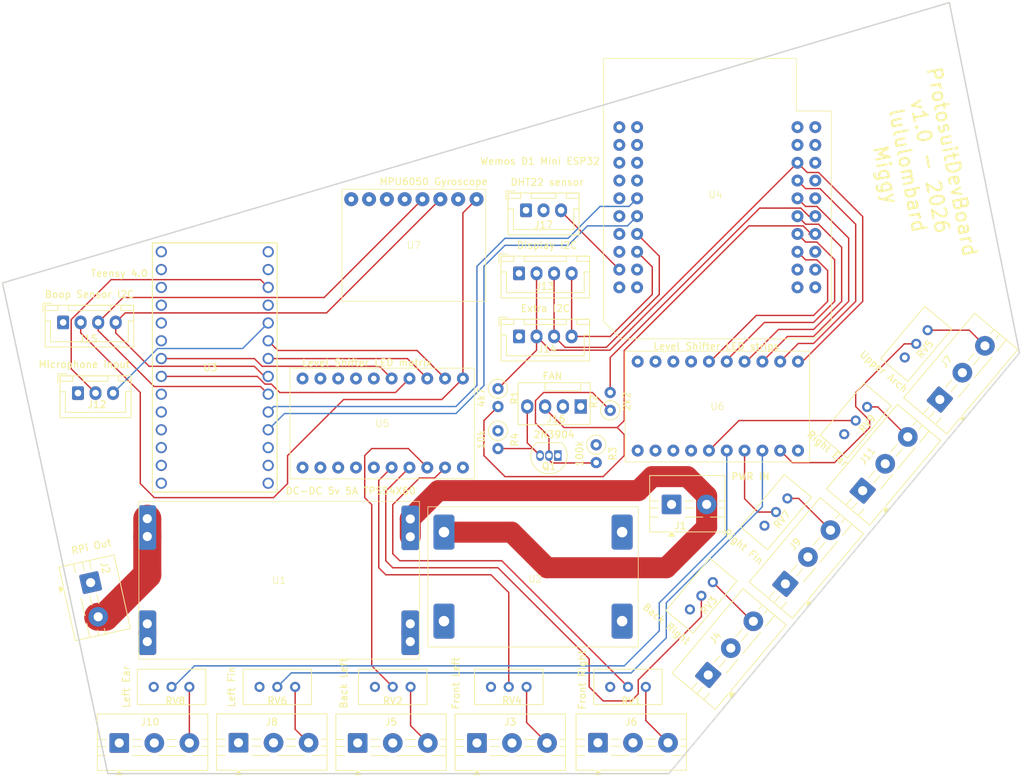
<source format=kicad_pcb>
(kicad_pcb (version 20241229) (generator "pcbnew") (generator_version "9.0")
  (layers (0 "F.Cu" power) (4 "In1.Cu" signal) (6 "In2.Cu" signal) (2 "B.Cu" power) (13 "F.Paste" user) (15 "B.Paste" user) (5 "F.SilkS" user "F.Silkscreen") (7 "B.SilkS" user "B.Silkscreen") (1 "F.Mask" user) (3 "B.Mask" user) (25 "Edge.Cuts" user))
  (net 0 "")
  (net 1 "Net-(J1-Pin_2)")
  (net 2 "Net-(J2-Pin_2)")
  (net 3 "GND")
  (net 4 "Net-(J3-Pin_3)")
  (net 5 "+5V")
  (net 6 "Net-(J4-Pin_3)")
  (net 7 "Net-(J5-Pin_3)")
  (net 8 "Net-(J6-Pin_3)")
  (net 9 "Net-(J7-Pin_3)")
  (net 10 "Net-(J8-Pin_3)")
  (net 11 "Net-(J9-Pin_3)")
  (net 12 "Net-(J10-Pin_3)")
  (net 13 "Net-(J11-Pin_3)")
  (net 14 "Net-(Q1-B)")
  (net 15 "Net-(J12-Pin_3)")
  (net 16 "Net-(J12-Pin_2)")
  (net 17 "Net-(J13-Pin_4)")
  (net 18 "Net-(J13-Pin_3)")
  (net 19 "Net-(J13-Pin_2)")
  (net 20 "Net-(J15-Pin_4)")
  (net 21 "Net-(U4-IO33)")
  (net 22 "Net-(J15-Pin_3)")
  (net 24 "Net-(U5-B1)")
  (net 26 "Net-(U5-B2)")
  (net 28 "Net-(U5-B3)")
  (net 30 "Net-(U5-B4)")
  (net 31 "Net-(U6-B1)")
  (net 34 "Net-(U6-B2)")
  (net 35 "Net-(U6-B3)")
  (net 38 "Net-(U6-B4)")
  (net 39 "Net-(U6-B5)")
  (net 41 "Net-(U3-5_IN2)")
  (net 43 "Net-(U3-17_A3_TX4_SDA1)")
  (net 45 "Net-(U3-20_A6_TX5_LRCLK1)")
  (net 54 "Net-(U3-21_A7_RX5_BCLK1)")
  (net 57 "Net-(U3-6_OUT1D)")
  (net 60 "Net-(U3-16_A2_RX4_SCL1)")
  (net 67 "Net-(U4-IO5)")
  (net 72 "Net-(U4-IO23)")
  (net 75 "Net-(J16-Pin_3)")
  (net 82 "Net-(U4-IO19)")
  (net 83 "Net-(U4-IO18)")
  (net 86 "Net-(J16-Pin_4)")
  (net 87 "Net-(J17-Pin_3)")
  (net 92 "Net-(U4-IO26)")
  (footprint "TerminalBlock:TerminalBlock_MaiXu_MX126-5.0-02P_1x02_P5.00mm" (layer "F.Cu") (at 174.75 106.9675)
    (property "Reference" "J1")
    (property "Value" "PWR IN")
  )
  (footprint "Connector_JST:JST_XH_B4B-XH-A_1x04_P2.50mm_Vertical" (layer "F.Cu") (at 88 81)
    (property "Reference" "J15")
    (property "Value" "Boop Sensor I2C")
  )
  (footprint "TerminalBlock:TerminalBlock_MaiXu_MX126-5.0-03P_1x03_P5.00mm" (layer "F.Cu") (at 213 92 50)
    (property "Reference" "J7")
    (property "Value" "Upper Arch")
  )
  (footprint "Potentiometer_THT:Potentiometer_Bourns_3296W_Vertical" (layer "F.Cu") (at 106 133)
    (property "Reference" "RV8")
    (property "Value" "Left Ear Adj" (hide yes))
  )
  (footprint "Resistor_THT:R_Axial_DIN0207_L6.3mm_D2.5mm_P2.54mm_Vertical" (layer "F.Cu") (at 164 98.46 -90)
    (property "Reference" "R3")
    (property "Value" "100k")
  )
  (footprint "Aliexpress:DC_DC_5V_8A_CRDC2580" (layer "F.Cu") (at 155 116)
    (property "Reference" "U2")
    (property "Value" "DC-DC 5v 8A CRDC2580")
  )
  (footprint "Aliexpress:DC_DC_5V_5A_TPS54X60" (layer "F.Cu") (at 120 119.04 180)
    (property "Reference" "U1")
    (property "Value" "DC-DC 5v 5A TPS54X60")
  )
  (footprint "TerminalBlock:TerminalBlock_MaiXu_MX126-5.0-03P_1x03_P5.00mm" (layer "F.Cu") (at 130 141)
    (property "Reference" "J5")
    (property "Value" "Back Left")
  )
  (footprint "Resistor_THT:R_Axial_DIN0207_L6.3mm_D2.5mm_P2.54mm_Vertical" (layer "F.Cu") (at 166 93.54 90)
    (property "Reference" "R2")
    (property "Value" "2k2")
  )
  (footprint "TerminalBlock:TerminalBlock_MaiXu_MX126-5.0-03P_1x03_P5.00mm" (layer "F.Cu") (at 96 141)
    (property "Reference" "J10")
    (property "Value" "Left Ear")
  )
  (footprint "Potentiometer_THT:Potentiometer_Bourns_3296W_Vertical" (layer "F.Cu") (at 121.08 133)
    (property "Reference" "RV6")
    (property "Value" "Left Fin Adj" (hide yes))
  )
  (footprint "Connector:FanPinHeader_1x04_P2.54mm_Vertical_No_Via" (layer "F.Cu") (at 161.8 93 180)
    (property "Reference" "J16")
    (property "Value" "FAN")
  )
  (footprint "Connector_JST:JST_XH_B3B-XH-A_1x03_P2.50mm_Vertical" (layer "F.Cu") (at 90.11852 91.082198)
    (property "Reference" "J12")
    (property "Value" "Microphone input")
  )
  (footprint "TerminalBlock:TerminalBlock_MaiXu_MX126-5.0-03P_1x03_P5.00mm" (layer "F.Cu") (at 147 141)
    (property "Reference" "J3")
    (property "Value" "Front Left")
  )
  (footprint "TerminalBlock:TerminalBlock_MaiXu_MX126-5.0-03P_1x03_P5.00mm" (layer "F.Cu") (at 202 105 50)
    (property "Reference" "J11")
    (property "Value" "Right Ear")
  )
  (footprint "Potentiometer_THT:Potentiometer_Bourns_3296W_Vertical" (layer "F.Cu") (at 180.632681 118.054247 50)
    (property "Reference" "RV3")
    (property "Value" "Back Right Adj" (hide yes))
  )
  (footprint "TerminalBlock:TerminalBlock_MaiXu_MX126-5.0-03P_1x03_P5.00mm" (layer "F.Cu") (at 179.980466 131.300224 50)
    (property "Reference" "J4")
    (property "Value" "Back Right")
  )
  (footprint "Aliexpress:LEVEL_SHIFTER_TXS0108E" (layer "F.Cu") (at 182.48 94.2 -90)
    (property "Reference" "U6")
    (property "Value" "Level Shifter LED strips")
  )
  (footprint "Resistor_THT:R_Axial_DIN0207_L6.3mm_D2.5mm_P2.54mm_Vertical" (layer "F.Cu") (at 150 90.46 -90)
    (property "Reference" "R1")
    (property "Value" "4k7")
  )
  (footprint "Potentiometer_THT:Potentiometer_Bourns_3296W_Vertical" (layer "F.Cu") (at 211.265361 82.108494 50)
    (property "Reference" "RV5")
    (property "Value" "Upper Arch Adj" (hide yes))
  )
  (footprint "Connector_JST:JST_XH_B4B-XH-A_1x04_P2.50mm_Vertical" (layer "F.Cu") (at 153 83)
    (property "Reference" "J14")
    (property "Value" "Extra I2C")
  )
  (footprint "Potentiometer_THT:Potentiometer_Bourns_3296W_Vertical" (layer "F.Cu") (at 154.08 133)
    (property "Reference" "RV4")
    (property "Value" "Front Left Adj" (hide yes))
  )
  (footprint "TerminalBlock:TerminalBlock_MaiXu_MX126-5.0-03P_1x03_P5.00mm" (layer "F.Cu") (at 164.25 140.9675)
    (property "Reference" "J6")
    (property "Value" "Front Right")
  )
  (footprint "Aliexpress:GYRO_MPU6050" (layer "F.Cu") (at 136.7 68.5)
    (property "Reference" "U7")
    (property "Value" "MPU6050 Gyroscope")
  )
  (footprint "Potentiometer_THT:Potentiometer_Bourns_3296W_Vertical" (layer "F.Cu") (at 202.63268 93.054247 50)
    (property "Reference" "RV9")
    (property "Value" "Right Ear Adj" (hide yes))
  )
  (footprint "Potentiometer_THT:Potentiometer_Bourns_3296W_Vertical" (layer "F.Cu") (at 171.08 133)
    (property "Reference" "RV1")
    (property "Value" "Front Right Adj" (hide yes))
  )
  (footprint "TerminalBlock:TerminalBlock_MaiXu_MX126-5.0-03P_1x03_P5.00mm" (layer "F.Cu") (at 190.980466 118.300224 50)
    (property "Reference" "J9")
    (property "Value" "Right Fin")
  )
  (footprint "Resistor_THT:R_Axial_DIN0207_L6.3mm_D2.5mm_P2.54mm_Vertical" (layer "F.Cu") (at 150 96.46 -90)
    (property "Reference" "R4")
    (property "Value" "10k")
  )
  (footprint "TerminalBlock:TerminalBlock_MaiXu_MX126-5.0-02P_1x02_P5.00mm" (layer "F.Cu") (at 91.917802 118.11852 -77.5)
    (property "Reference" "J2")
    (property "Value" "RPi Out")
  )
  (footprint "Potentiometer_THT:Potentiometer_Bourns_3296W_Vertical" (layer "F.Cu") (at 137.54 132.995)
    (property "Reference" "RV2")
    (property "Value" "Back Left Adj" (hide yes))
  )
  (footprint "Package_TO_SOT_THT:TO-92_Inline" (layer "F.Cu") (at 158.54 100 180)
    (property "Reference" "Q1")
    (property "Value" "2N3904")
  )
  (footprint "Connector_JST:JST_XH_B3B-XH-A_1x03_P2.50mm_Vertical" (layer "F.Cu") (at 154 65)
    (property "Reference" "J17")
    (property "Value" "DHT22 sensor")
  )
  (footprint "Connector_JST:JST_XH_B4B-XH-A_1x04_P2.50mm_Vertical" (layer "F.Cu") (at 153 74)
    (property "Reference" "J13")
    (property "Value" "Display I2C")
  )
  (footprint "TerminalBlock:TerminalBlock_MaiXu_MX126-5.0-03P_1x03_P5.00mm" (layer "F.Cu") (at 113 140.9675)
    (property "Reference" "J8")
    (property "Value" "Left Fin")
  )
  (footprint "Potentiometer_THT:Potentiometer_Bourns_3296W_Vertical" (layer "F.Cu") (at 191.265361 106.108494 50)
    (property "Reference" "RV7")
    (property "Value" "Right Fin Adj" (hide yes))
  )
  (footprint "teensy:Teensy40_minimal_pins" (layer "F.Cu") (at 109.62 87.43 -90)
    (property "Reference" "U3")
    (property "Value" "Teensy 4.0")
  )
  (footprint "Aliexpress:ESP32_MIN132_V_1_0_0" (layer "F.Cu") (at 180 63.3 180)
    (property "Reference" "U4")
    (property "Value" "Wemos D1 Mini ESP32")
  )
  (footprint "Aliexpress:LEVEL_SHIFTER_TXS0108E" (layer "F.Cu") (at 134.7 96.62 -90)
    (property "Reference" "U5")
    (property "Value" "Level Shifter LED matrix")
  )
  (gr_poly (pts (xy 94.358135 145.367219) (xy 174.358135 145.367219) (xy 224.358135 85.367219) (xy 214.358135 35.367219) (xy 79.358135 75.367219)) (stroke (width 0.2)) (fill no) (layer "Edge.Cuts"))
  (gr_text "ProtosuitDevBoard\nv1.0 - 2026\nlululombard\nMiggy" (at 210 59 281) (layer "F.SilkS") (effects (font (size 2 2) (thickness 0.3) (bold yes))))
  (segment (start 141.5 105) (end 137.5 109) (width 3) (layer "F.Cu") (net 1))
  (segment (start 177 103) (end 172 103) (width 3) (layer "F.Cu") (net 1))
  (segment (start 157 116) (end 174 116) (width 3) (layer "F.Cu") (net 1))
  (segment (start 172 103) (end 170 105) (width 3) (layer "F.Cu") (net 1))
  (segment (start 174 116) (end 179.75 110.25) (width 3) (layer "F.Cu") (net 1))
  (segment (start 151.92 110.92) (end 157 116) (width 3) (layer "F.Cu") (net 1))
  (segment (start 179.75 105.75) (end 177 103) (width 3) (layer "F.Cu") (net 1))
  (segment (start 142.3 110.92) (end 151.92 110.92) (width 3) (layer "F.Cu") (net 1))
  (segment (start 170 105) (end 141.5 105) (width 3) (layer "F.Cu") (net 1))
  (segment (start 179.75 110.25) (end 179.75 106.9675) (width 3) (layer "F.Cu") (net 1))
  (segment (start 179.75 106.9675) (end 179.75 105.75) (width 3) (layer "F.Cu") (net 1))
  (segment (start 137.5 109) (end 137.5 111.540001) (width 3) (layer "F.Cu") (net 1))
  (segment (start 100 109) (end 100 111.54) (width 4) (layer "F.Cu") (net 2))
  (segment (start 100 117) (end 100 111.54) (width 4) (layer "F.Cu") (net 2))
  (segment (start 93 123) (end 94 123) (width 4) (layer "F.Cu") (net 2))
  (segment (start 94 123) (end 100 117) (width 4) (layer "F.Cu") (net 2))
  (segment (start 154.08 138.08) (end 157 141) (width 0.2) (layer "F.Cu") (net 4))
  (segment (start 154.08 133) (end 154.08 138.08) (width 0.2) (layer "F.Cu") (net 4))
  (segment (start 180.632681 118.054247) (end 186.218214 123.63978) (width 0.2) (layer "F.Cu") (net 6))
  (segment (start 186.218214 123.63978) (end 186.408342 123.63978) (width 0.2) (layer "F.Cu") (net 6))
  (segment (start 137.54 132.995) (end 137.54 138.54) (width 0.2) (layer "F.Cu") (net 7))
  (segment (start 137.54 138.54) (end 140 141) (width 0.2) (layer "F.Cu") (net 7))
  (segment (start 171.08 137.7975) (end 174.25 140.9675) (width 0.2) (layer "F.Cu") (net 8))
  (segment (start 171.08 133) (end 171.08 137.7975) (width 0.2) (layer "F.Cu") (net 8))
  (segment (start 217.196815 82.108494) (end 219.427876 84.339555) (width 0.2) (layer "F.Cu") (net 9))
  (segment (start 211.265361 82.108494) (end 217.196815 82.108494) (width 0.2) (layer "F.Cu") (net 9))
  (segment (start 121.08 133) (end 121.08 139.0475) (width 0.2) (layer "F.Cu") (net 10))
  (segment (start 121.08 139.0475) (end 123 140.9675) (width 0.2) (layer "F.Cu") (net 10))
  (segment (start 191.265361 106.108494) (end 192.877057 106.108494) (width 0.2) (layer "F.Cu") (net 11))
  (segment (start 192.877057 106.108494) (end 197.408342 110.639779) (width 0.2) (layer "F.Cu") (net 11))
  (segment (start 106 133) (end 106 141) (width 0.2) (layer "F.Cu") (net 12))
  (segment (start 204.142568 93.054247) (end 208.427876 97.339555) (width 0.2) (layer "F.Cu") (net 13))
  (segment (start 202.63268 93.054247) (end 204.142568 93.054247) (width 0.2) (layer "F.Cu") (net 13))
  (segment (start 155.345999 92.160514) (end 155.345999 95.360205) (width 0.2) (layer "F.Cu") (net 14))
  (segment (start 163.949 101.051) (end 157.714 101.051) (width 0.2) (layer "F.Cu") (net 14))
  (segment (start 164 101) (end 163.949 101.051) (width 0.2) (layer "F.Cu") (net 14))
  (segment (start 157.270001 97.284207) (end 157.270001 100) (width 0.2) (layer "F.Cu") (net 14))
  (segment (start 156.506513 91) (end 155.345999 92.160514) (width 0.2) (layer "F.Cu") (net 14))
  (segment (start 157.714 101.051) (end 157.270001 100.607001) (width 0.2) (layer "F.Cu") (net 14))
  (segment (start 166 93.54) (end 163.46 91) (width 0.2) (layer "F.Cu") (net 14))
  (segment (start 157.270001 100.607001) (end 157.270001 100) (width 0.2) (layer "F.Cu") (net 14))
  (segment (start 155.345999 95.360205) (end 157.270001 97.284207) (width 0.2) (layer "F.Cu") (net 14))
  (segment (start 163.46 91) (end 156.506513 91) (width 0.2) (layer "F.Cu") (net 14))
  (segment (start 95.11852 91.082198) (end 101.479718 84.721) (width 0.2) (layer "B.Cu") (net 15))
  (segment (start 113.599 84.721) (end 117.24 81.08) (width 0.2) (layer "B.Cu") (net 15))
  (segment (start 101.479718 84.721) (end 113.599 84.721) (width 0.2) (layer "B.Cu") (net 15))
  (segment (start 146.95 63.42) (end 145 65.37) (width 0.2) (layer "F.Cu") (net 16))
  (segment (start 145 65.37) (end 145 89) (width 0.2) (layer "F.Cu") (net 16))
  (segment (start 117.24 76) (end 116.139 74.899) (width 0.2) (layer "F.Cu") (net 16))
  (segment (start 99 104) (end 101 106) (width 0.2) (layer "F.Cu") (net 16))
  (segment (start 89.151 87.614678) (end 92.61852 91.082198) (width 0.2) (layer "F.Cu") (net 16))
  (segment (start 128 92) (end 142 92) (width 0.2) (layer "F.Cu") (net 16))
  (segment (start 116.139 74.899) (end 94.84824 74.899) (width 0.2) (layer "F.Cu") (net 16))
  (segment (start 101 106) (end 118 106) (width 0.2) (layer "F.Cu") (net 16))
  (segment (start 142 92) (end 145 89) (width 0.2) (layer "F.Cu") (net 16))
  (segment (start 90.5 82.5) (end 99 91) (width 0.2) (layer "F.Cu") (net 16))
  (segment (start 99 91) (end 99 104) (width 0.2) (layer "F.Cu") (net 16))
  (segment (start 94.84824 74.899) (end 89.151 80.59624) (width 0.2) (layer "F.Cu") (net 16))
  (segment (start 118 106) (end 120 104) (width 0.2) (layer "F.Cu") (net 16))
  (segment (start 120 104) (end 120 100) (width 0.2) (layer "F.Cu") (net 16))
  (segment (start 120 100) (end 128 92) (width 0.2) (layer "F.Cu") (net 16))
  (segment (start 89.151 80.59624) (end 89.151 87.614678) (width 0.2) (layer "F.Cu") (net 16))
  (segment (start 90.5 81) (end 90.5 82.5) (width 0.2) (layer "F.Cu") (net 16))
  (segment (start 172 77) (end 172 73.08) (width 0.2) (layer "F.Cu") (net 17))
  (segment (start 172 73.08) (end 169.84 70.92) (width 0.2) (layer "F.Cu") (net 17))
  (segment (start 166 83) (end 172 77) (width 0.2) (layer "F.Cu") (net 17))
  (segment (start 160.5 83) (end 166 83) (width 0.2) (layer "F.Cu") (net 17))
  (segment (start 160.5 74) (end 160.5 83) (width 0.2) (layer "F.Cu") (net 17))
  (segment (start 159.55705 84.55705) (end 165.44295 84.55705) (width 0.2) (layer "F.Cu") (net 18))
  (segment (start 173 71.54) (end 169.84 68.38) (width 0.2) (layer "F.Cu") (net 18))
  (segment (start 165.44295 84.55705) (end 173 77) (width 0.2) (layer "F.Cu") (net 18))
  (segment (start 158 74) (end 158 83) (width 0.2) (layer "F.Cu") (net 18))
  (segment (start 158 83) (end 159.55705 84.55705) (width 0.2) (layer "F.Cu") (net 18))
  (segment (start 173 77) (end 173 71.54) (width 0.2) (layer "F.Cu") (net 18))
  (segment (start 157.45805 84.95805) (end 165.96195 84.95805) (width 0.2) (layer "F.Cu") (net 19))
  (segment (start 202 65.892239) (end 195.716761 59.609) (width 0.2) (layer "F.Cu") (net 19))
  (segment (start 165.96195 84.95805) (end 192.7 58.22) (width 0.2) (layer "F.Cu") (net 19))
  (segment (start 194.089 59.609) (end 192.7 58.22) (width 0.2) (layer "F.Cu") (net 19))
  (segment (start 155.5 74) (end 155.5 83) (width 0.2) (layer "F.Cu") (net 19))
  (segment (start 192.78 86.58) (end 193.42 86.58) (width 0.2) (layer "F.Cu") (net 19))
  (segment (start 193.42 86.58) (end 202 78) (width 0.2) (layer "F.Cu") (net 19))
  (segment (start 155.5 83) (end 155.5 84.96) (width 0.2) (layer "F.Cu") (net 19))
  (segment (start 202 78) (end 202 65.892239) (width 0.2) (layer "F.Cu") (net 19))
  (segment (start 155.5 84.96) (end 150 90.46) (width 0.2) (layer "F.Cu") (net 19))
  (segment (start 155.5 83) (end 157.45805 84.95805) (width 0.2) (layer "F.Cu") (net 19))
  (segment (start 195.716761 59.609) (end 194.089 59.609) (width 0.2) (layer "F.Cu") (net 19))
  (segment (start 115.261 87.261) (end 116.7 88.7) (width 0.2) (layer "F.Cu") (net 20))
  (segment (start 95.5 82.5) (end 100.261 87.261) (width 0.2) (layer "F.Cu") (net 20))
  (segment (start 125.559 79.641) (end 96.859 79.641) (width 0.2) (layer "F.Cu") (net 20))
  (segment (start 95.5 81) (end 95.5 82.5) (width 0.2) (layer "F.Cu") (net 20))
  (segment (start 141.78 63.42) (end 125.559 79.641) (width 0.2) (layer "F.Cu") (net 20))
  (segment (start 116.7 88.7) (end 117.24 88.7) (width 0.2) (layer "F.Cu") (net 20))
  (segment (start 100.261 87.261) (end 115.261 87.261) (width 0.2) (layer "F.Cu") (net 20))
  (segment (start 96.859 79.641) (end 95.5 81) (width 0.2) (layer "F.Cu") (net 20))
  (segment (start 194.32776 65.84) (end 195.24 65.84) (width 0.2) (layer "F.Cu") (net 21))
  (segment (start 187.311 64.689) (end 193.17676 64.689) (width 0.2) (layer "F.Cu") (net 21))
  (segment (start 166 86) (end 187.311 64.689) (width 0.2) (layer "F.Cu") (net 21))
  (segment (start 193.17676 64.689) (end 194.32776 65.84) (width 0.2) (layer "F.Cu") (net 21))
  (segment (start 166 91) (end 166 86) (width 0.2) (layer "F.Cu") (net 21))
  (segment (start 93 81) (end 93 82.175) (width 0.2) (layer "F.Cu") (net 22))
  (segment (start 96.561 77.439) (end 93 81) (width 0.2) (layer "F.Cu") (net 22))
  (segment (start 125.221 77.439) (end 96.561 77.439) (width 0.2) (layer "F.Cu") (net 22))
  (segment (start 116.139 90.139) (end 117.24 91.24) (width 0.2) (layer "F.Cu") (net 22))
  (segment (start 139.24 63.42) (end 125.221 77.439) (width 0.2) (layer "F.Cu") (net 22))
  (segment (start 93 82.175) (end 100.964 90.139) (width 0.2) (layer "F.Cu") (net 22))
  (segment (start 100.964 90.139) (end 116.139 90.139) (width 0.2) (layer "F.Cu") (net 22))
  (segment (start 136 115) (end 135 114) (width 0.2) (layer "F.Cu") (net 24))
  (segment (start 135 114) (end 135 107) (width 0.2) (layer "F.Cu") (net 24))
  (segment (start 168.54 133) (end 150.54 115) (width 0.2) (layer "F.Cu") (net 24))
  (segment (start 135 107) (end 138.801 103.199) (width 0.2) (layer "F.Cu") (net 24))
  (segment (start 150.54 115) (end 136 115) (width 0.2) (layer "F.Cu") (net 24))
  (segment (start 138.801 103.199) (end 140.961 103.199) (width 0.2) (layer "F.Cu") (net 24))
  (segment (start 140.961 103.199) (end 142.46 101.7) (width 0.2) (layer "F.Cu") (net 24))
  (segment (start 132 107) (end 131 106) (width 0.2) (layer "F.Cu") (net 26))
  (segment (start 132 129.995) (end 132 107) (width 0.2) (layer "F.Cu") (net 26))
  (segment (start 131 106) (end 131 100) (width 0.2) (layer "F.Cu") (net 26))
  (segment (start 135 132.995) (end 132 129.995) (width 0.2) (layer "F.Cu") (net 26))
  (segment (start 131 100) (end 132 99) (width 0.2) (layer "F.Cu") (net 26))
  (segment (start 139.92 101.7) (end 139.3 101.7) (width 0.2) (layer "F.Cu") (net 26))
  (segment (start 137.22 99) (end 139.92 101.7) (width 0.2) (layer "F.Cu") (net 26))
  (segment (start 132 99) (end 137.22 99) (width 0.2) (layer "F.Cu") (net 26))
  (segment (start 163 133) (end 165 135) (width 0.2) (layer "F.Cu") (net 28))
  (segment (start 150 116) (end 163 129) (width 0.2) (layer "F.Cu") (net 28))
  (segment (start 165 135) (end 169 135) (width 0.2) (layer "F.Cu") (net 28))
  (segment (start 163 129) (end 163 133) (width 0.2) (layer "F.Cu") (net 28))
  (segment (start 134 105.080001) (end 134 115) (width 0.2) (layer "F.Cu") (net 28))
  (segment (start 134 115) (end 135 116) (width 0.2) (layer "F.Cu") (net 28))
  (segment (start 135 116) (end 150 116) (width 0.2) (layer "F.Cu") (net 28))
  (segment (start 169 135) (end 170 134) (width 0.2) (layer "F.Cu") (net 28))
  (segment (start 170 134) (end 170 132) (width 0.2) (layer "F.Cu") (net 28))
  (segment (start 179 123) (end 179 120) (width 0.2) (layer "F.Cu") (net 28))
  (segment (start 137.38 101.700001) (end 134 105.080001) (width 0.2) (layer "F.Cu") (net 28))
  (segment (start 170 132) (end 179 123) (width 0.2) (layer "F.Cu") (net 28))
  (segment (start 134.84 101.7) (end 133 103.54) (width 0.2) (layer "F.Cu") (net 30))
  (segment (start 151.54 119.54) (end 151.54 133) (width 0.2) (layer "F.Cu") (net 30))
  (segment (start 133 103.54) (end 133 116) (width 0.2) (layer "F.Cu") (net 30))
  (segment (start 133 116) (end 134 117) (width 0.2) (layer "F.Cu") (net 30))
  (segment (start 149 117) (end 151.54 119.54) (width 0.2) (layer "F.Cu") (net 30))
  (segment (start 134 117) (end 149 117) (width 0.2) (layer "F.Cu") (net 30))
  (segment (start 203 95) (end 201 93) (width 0.2) (layer "F.Cu") (net 31))
  (segment (start 203 96) (end 203 95) (width 0.2) (layer "F.Cu") (net 31))
  (segment (start 198 101) (end 203 96) (width 0.2) (layer "F.Cu") (net 31))
  (segment (start 207.945753 84.054247) (end 209.632681 84.054247) (width 0.2) (layer "F.Cu") (net 31))
  (segment (start 191.96 101) (end 198 101) (width 0.2) (layer "F.Cu") (net 31))
  (segment (start 201 93) (end 201 91) (width 0.2) (layer "F.Cu") (net 31))
  (segment (start 201 91) (end 207.945753 84.054247) (width 0.2) (layer "F.Cu") (net 31))
  (segment (start 190.24 99.28) (end 191.96 101) (width 0.2) (layer "F.Cu") (net 31))
  (segment (start 174 126) (end 169 131) (width 0.2) (layer "B.Cu") (net 34))
  (segment (start 174 121) (end 174 126) (width 0.2) (layer "B.Cu") (net 34))
  (segment (start 120.54 131) (end 118.54 133) (width 0.2) (layer "B.Cu") (net 34))
  (segment (start 187.7 99.28) (end 187.7 107.3) (width 0.2) (layer "B.Cu") (net 34))
  (segment (start 169 131) (end 120.54 131) (width 0.2) (layer "B.Cu") (net 34))
  (segment (start 187.7 107.3) (end 174 121) (width 0.2) (layer "B.Cu") (net 34))
  (segment (start 187.054247 108.054247) (end 185.16 106.16) (width 0.2) (layer "F.Cu") (net 35))
  (segment (start 185.16 106.16) (end 185.16 99.280001) (width 0.2) (layer "F.Cu") (net 35))
  (segment (start 189.632681 108.054247) (end 187.054247 108.054247) (width 0.2) (layer "F.Cu") (net 35))
  (segment (start 173 125) (end 168 130) (width 0.2) (layer "B.Cu") (net 38))
  (segment (start 173 121) (end 173 125) (width 0.2) (layer "B.Cu") (net 38))
  (segment (start 182.62 111.38) (end 173 121) (width 0.2) (layer "B.Cu") (net 38))
  (segment (start 103.73 133) (end 103.46 133) (width 0.2) (layer "B.Cu") (net 38))
  (segment (start 168 130) (end 106.73 130) (width 0.2) (layer "B.Cu") (net 38))
  (segment (start 182.62 99.28) (end 182.62 111.38) (width 0.2) (layer "B.Cu") (net 38))
  (segment (start 106.73 130) (end 103.73 133) (width 0.2) (layer "B.Cu") (net 38))
  (segment (start 180.08 99.28) (end 184.36 95) (width 0.2) (layer "F.Cu") (net 39))
  (segment (start 184.36 95) (end 201 95) (width 0.2) (layer "F.Cu") (net 39))
  (segment (start 134.84 89) (end 133.101 87.261) (width 0.2) (layer "F.Cu") (net 41))
  (segment (start 133.101 87.261) (end 116.3681 87.261) (width 0.2) (layer "F.Cu") (net 41))
  (segment (start 115.2671 86.16) (end 102 86.16) (width 0.2) (layer "F.Cu") (net 41))
  (segment (start 116.3681 87.261) (end 115.2671 86.16) (width 0.2) (layer "F.Cu") (net 41))
  (segment (start 118.02 93) (end 144 93) (width 0.2) (layer "B.Cu") (net 43))
  (segment (start 144 93) (end 147 90) (width 0.2) (layer "B.Cu") (net 43))
  (segment (start 164.549 64.451) (end 168.689001 64.451) (width 0.2) (layer "B.Cu") (net 43))
  (segment (start 147 90) (end 147 73) (width 0.2) (layer "B.Cu") (net 43))
  (segment (start 160 69) (end 164.549 64.451) (width 0.2) (layer "B.Cu") (net 43))
  (segment (start 151 69) (end 160 69) (width 0.2) (layer "B.Cu") (net 43))
  (segment (start 117.24 93.78) (end 118.02 93) (width 0.2) (layer "B.Cu") (net 43))
  (segment (start 147 73) (end 151 69) (width 0.2) (layer "B.Cu") (net 43))
  (segment (start 168.689001 64.451) (end 169.840001 63.3) (width 0.2) (layer "B.Cu") (net 43))
  (segment (start 139.92 89) (end 137.08 86.16) (width 0.2) (layer "F.Cu") (net 45))
  (segment (start 137.08 86.16) (end 117.24 86.16) (width 0.2) (layer "F.Cu") (net 45))
  (segment (start 118.62 85) (end 117.24 83.62) (width 0.2) (layer "F.Cu") (net 54))
  (segment (start 142.46 89) (end 138.46 85) (width 0.2) (layer "F.Cu") (net 54))
  (segment (start 138.46 85) (end 118.62 85) (width 0.2) (layer "F.Cu") (net 54))
  (segment (start 117.69605 89.801) (end 116.78395 89.801) (width 0.2) (layer "F.Cu") (net 57))
  (segment (start 137.38 89) (end 135.38 91) (width 0.2) (layer "F.Cu") (net 57))
  (segment (start 135.38 91) (end 118.89505 91) (width 0.2) (layer "F.Cu") (net 57))
  (segment (start 115.68295 88.7) (end 102 88.7) (width 0.2) (layer "F.Cu") (net 57))
  (segment (start 118.89505 91) (end 117.69605 89.801) (width 0.2) (layer "F.Cu") (net 57))
  (segment (start 116.78395 89.801) (end 115.68295 88.7) (width 0.2) (layer "F.Cu") (net 57))
  (segment (start 168.451 67.229) (end 162.771 67.229) (width 0.2) (layer "B.Cu") (net 60))
  (segment (start 162.771 67.229) (end 160 70) (width 0.2) (layer "B.Cu") (net 60))
  (segment (start 148 73) (end 148 90) (width 0.2) (layer "B.Cu") (net 60))
  (segment (start 119.56 94) (end 117.24 96.32) (width 0.2) (layer "B.Cu") (net 60))
  (segment (start 169.84 65.84) (end 168.451 67.229) (width 0.2) (layer "B.Cu") (net 60))
  (segment (start 144 94) (end 119.56 94) (width 0.2) (layer "B.Cu") (net 60))
  (segment (start 160 70) (end 151 70) (width 0.2) (layer "B.Cu") (net 60))
  (segment (start 151 70) (end 148 73) (width 0.2) (layer "B.Cu") (net 60))
  (segment (start 148 90) (end 144 94) (width 0.2) (layer "B.Cu") (net 60))
  (segment (start 190.24 86.58) (end 192.82 84) (width 0.2) (layer "F.Cu") (net 67))
  (segment (start 201 78) (end 201 67) (width 0.2) (layer "F.Cu") (net 67))
  (segment (start 195 84) (end 201 78) (width 0.2) (layer "F.Cu") (net 67))
  (segment (start 192.82 84) (end 195 84) (width 0.2) (layer "F.Cu") (net 67))
  (segment (start 193.851 61.911) (end 192.7 60.76) (width 0.2) (layer "F.Cu") (net 67))
  (segment (start 195.911 61.911) (end 193.851 61.911) (width 0.2) (layer "F.Cu") (net 67))
  (segment (start 201 67) (end 195.911 61.911) (width 0.2) (layer "F.Cu") (net 67))
  (segment (start 187.7 86.58) (end 191.28 83) (width 0.2) (layer "F.Cu") (net 72))
  (segment (start 191.28 83) (end 195 83) (width 0.2) (layer "F.Cu") (net 72))
  (segment (start 200 78) (end 200 68.97224) (width 0.2) (layer "F.Cu") (net 72))
  (segment (start 193.851 64.451) (end 192.7 63.3) (width 0.2) (layer "F.Cu") (net 72))
  (segment (start 200 68.97224) (end 195.47876 64.451) (width 0.2) (layer "F.Cu") (net 72))
  (segment (start 195 83) (end 200 78) (width 0.2) (layer "F.Cu") (net 72))
  (segment (start 195.47876 64.451) (end 193.851 64.451) (width 0.2) (layer "F.Cu") (net 72))
  (segment (start 168 85) (end 185.771 67.229) (width 0.2) (layer "F.Cu") (net 75))
  (segment (start 185.771 67.229) (end 193.5219 67.229) (width 0.2) (layer "F.Cu") (net 75))
  (segment (start 193.5219 67.229) (end 194.6729 68.38) (width 0.2) (layer "F.Cu") (net 75))
  (segment (start 148 100) (end 151 103) (width 0.2) (layer "F.Cu") (net 75))
  (segment (start 168 95) (end 168 85) (width 0.2) (layer "F.Cu") (net 75))
  (segment (start 165 103) (end 168 100) (width 0.2) (layer "F.Cu") (net 75))
  (segment (start 167 96) (end 168 95) (width 0.2) (layer "F.Cu") (net 75))
  (segment (start 195.24 68.38) (end 194.32776 68.38) (width 0.2) (layer "F.Cu") (net 75))
  (segment (start 168 100) (end 168 97) (width 0.2) (layer "F.Cu") (net 75))
  (segment (start 159.42 96) (end 167 96) (width 0.2) (layer "F.Cu") (net 75))
  (segment (start 168 97) (end 167 96) (width 0.2) (layer "F.Cu") (net 75))
  (segment (start 148 95) (end 148 100) (width 0.2) (layer "F.Cu") (net 75))
  (segment (start 151 103) (end 165 103) (width 0.2) (layer "F.Cu") (net 75))
  (segment (start 194.6729 68.38) (end 195.24 68.38) (width 0.2) (layer "F.Cu") (net 75))
  (segment (start 150 93) (end 148 95) (width 0.2) (layer "F.Cu") (net 75))
  (segment (start 156.72 93.3) (end 159.42 96) (width 0.2) (layer "F.Cu") (net 75))
  (segment (start 195 82) (end 199 78) (width 0.2) (layer "F.Cu") (net 82))
  (segment (start 199 70.27424) (end 195.71676 66.991) (width 0.2) (layer "F.Cu") (net 82))
  (segment (start 199 78) (end 199 70.27424) (width 0.2) (layer "F.Cu") (net 82))
  (segment (start 193.851 66.991) (end 192.7 65.84) (width 0.2) (layer "F.Cu") (net 82))
  (segment (start 190 82) (end 195 82) (width 0.2) (layer "F.Cu") (net 82))
  (segment (start 185.16 86.58) (end 185.42 86.58) (width 0.2) (layer "F.Cu") (net 82))
  (segment (start 185.42 86.58) (end 190 82) (width 0.2) (layer "F.Cu") (net 82))
  (segment (start 195.71676 66.991) (end 193.851 66.991) (width 0.2) (layer "F.Cu") (net 82))
  (segment (start 182.62 86.58) (end 182.62 86.38) (width 0.2) (layer "F.Cu") (net 83))
  (segment (start 182.62 86.38) (end 188 81) (width 0.2) (layer "F.Cu") (net 83))
  (segment (start 198 78) (end 198 72.05224) (width 0.2) (layer "F.Cu") (net 83))
  (segment (start 188 81) (end 195 81) (width 0.2) (layer "F.Cu") (net 83))
  (segment (start 195 81) (end 198 78) (width 0.2) (layer "F.Cu") (net 83))
  (segment (start 193.851 69.531) (end 192.7 68.38) (width 0.2) (layer "F.Cu") (net 83))
  (segment (start 195.47876 69.531) (end 193.851 69.531) (width 0.2) (layer "F.Cu") (net 83))
  (segment (start 198 72.05224) (end 195.47876 69.531) (width 0.2) (layer "F.Cu") (net 83))
  (segment (start 155 99) (end 156 100) (width 0.2) (layer "F.Cu") (net 86))
  (segment (start 156 100) (end 154.179999 98.179999) (width 0.2) (layer "F.Cu") (net 86))
  (segment (start 154.179999 98.179999) (end 154.179999 93.3) (width 0.2) (layer "F.Cu") (net 86))
  (segment (start 150 99) (end 155 99) (width 0.2) (layer "F.Cu") (net 86))
  (segment (start 158.999999 65.159999) (end 167.3 73.46) (width 0.2) (layer "F.Cu") (net 87))
  (segment (start 158.999999 65.000001) (end 158.999999 65.159999) (width 0.2) (layer "F.Cu") (net 87))
  (segment (start 197 78) (end 197 73.59224) (width 0.2) (layer "F.Cu") (net 92))
  (segment (start 193.851 72.071) (end 192.7 70.92) (width 0.2) (layer "F.Cu") (net 92))
  (segment (start 197 73.59224) (end 195.47876 72.071) (width 0.2) (layer "F.Cu") (net 92))
  (segment (start 195 80) (end 197 78) (width 0.2) (layer "F.Cu") (net 92))
  (segment (start 186.83 80) (end 195 80) (width 0.2) (layer "F.Cu") (net 92))
  (segment (start 195.47876 72.071) (end 193.851 72.071) (width 0.2) (layer "F.Cu") (net 92))
  (segment (start 180.25 86.58) (end 186.83 80) (width 0.2) (layer "F.Cu") (net 92))
  (segment (start 180.08 86.58) (end 180.25 86.58) (width 0.2) (layer "F.Cu") (net 92))
)
</source>
